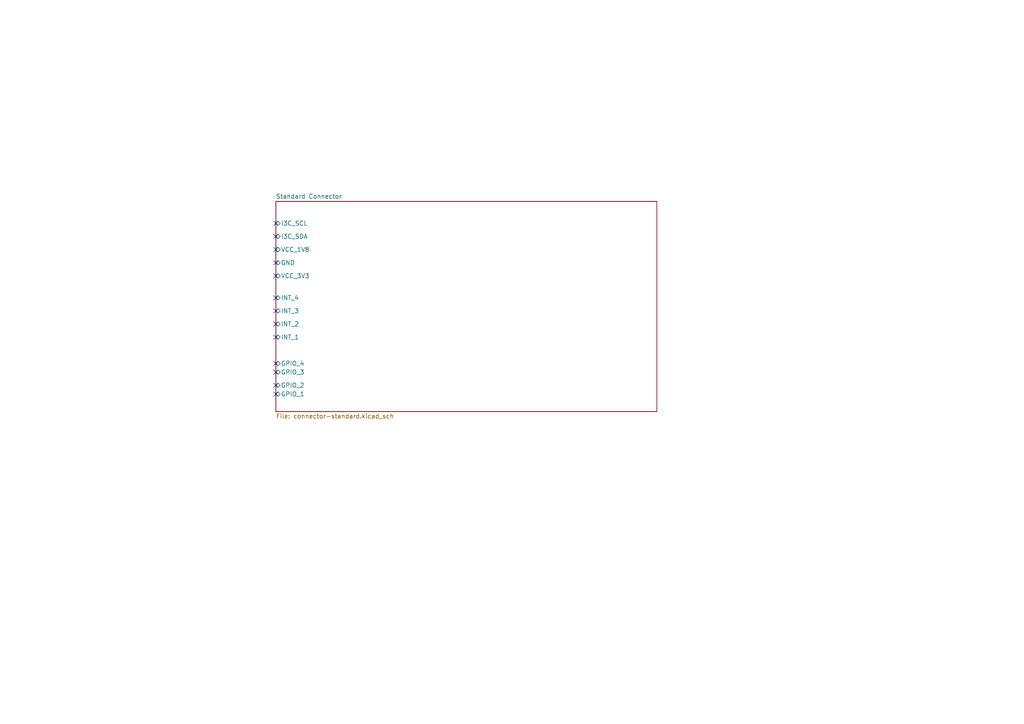
<source format=kicad_sch>
(kicad_sch (version 20230121) (generator eeschema)

  (uuid 5e410ab7-c4f2-440e-9999-32b5733bd605)

  (paper "A4")

  (lib_symbols
  )


  (no_connect (at 80.01 114.3) (uuid 135f6dd2-df11-4f4b-bcfb-6ff8fcd722e4))
  (no_connect (at 80.01 93.98) (uuid 1eca7246-5251-4f9c-bf5d-d4acdab95de1))
  (no_connect (at 80.01 64.77) (uuid 506b512b-3387-4c5a-ba21-c07c089b2350))
  (no_connect (at 80.01 97.79) (uuid 6656ee2b-ab91-49fd-9345-db766ad55d18))
  (no_connect (at 80.01 90.17) (uuid 780ed498-1487-4d08-a4dc-869906223c2c))
  (no_connect (at 80.01 68.58) (uuid 8ba576fe-9fc5-4d0c-bf94-a813f161bd2c))
  (no_connect (at 80.01 111.76) (uuid 92cd02af-f7b8-40f9-bb43-02aa4b0aff52))
  (no_connect (at 80.01 72.39) (uuid a2459374-0089-4556-a1ed-013cec7cf3a6))
  (no_connect (at 80.01 107.95) (uuid a7db556b-bae9-487b-862b-306059b265be))
  (no_connect (at 80.01 86.36) (uuid cd3d42f9-adc7-4bc1-815d-9853f9cb7731))
  (no_connect (at 80.01 76.2) (uuid d1c97cd7-7599-40c7-937e-3e5569ec00d8))
  (no_connect (at 80.01 105.41) (uuid e83716a5-df1a-4382-9a48-a5dc6cc36e81))
  (no_connect (at 80.01 80.01) (uuid f0ecb384-6fc1-4165-a8e4-0905aeb5d792))

  (sheet (at 80.01 58.42) (size 110.49 60.96) (fields_autoplaced)
    (stroke (width 0.1524) (type solid))
    (fill (color 0 0 0 0.0000))
    (uuid 2ac7277f-9303-4843-a688-61e9a4c014f6)
    (property "Sheetname" "Standard Connector" (at 80.01 57.7084 0)
      (effects (font (size 1.27 1.27)) (justify left bottom))
    )
    (property "Sheetfile" "connector-standard.kicad_sch" (at 80.01 119.9646 0)
      (effects (font (size 1.27 1.27)) (justify left top))
    )
    (pin "I3C_SCL" bidirectional (at 80.01 64.77 180)
      (effects (font (size 1.27 1.27)) (justify left))
      (uuid a6914257-9331-4f43-8686-b67bab41bb69)
    )
    (pin "I3C_SDA" bidirectional (at 80.01 68.58 180)
      (effects (font (size 1.27 1.27)) (justify left))
      (uuid 1df0a683-c257-493f-b6b2-12f9e13fc65a)
    )
    (pin "VCC_1V8" input (at 80.01 72.39 180)
      (effects (font (size 1.27 1.27)) (justify left))
      (uuid 9b22fc83-9a69-4043-9010-dfa9d91b6507)
    )
    (pin "INT_4" bidirectional (at 80.01 86.36 180)
      (effects (font (size 1.27 1.27)) (justify left))
      (uuid a6a5d7df-cbe5-4c7c-862b-7714e205113e)
    )
    (pin "GND" bidirectional (at 80.01 76.2 180)
      (effects (font (size 1.27 1.27)) (justify left))
      (uuid 1ee4b42e-8259-4f49-a33c-e96de5856a9e)
    )
    (pin "VCC_3V3" bidirectional (at 80.01 80.01 180)
      (effects (font (size 1.27 1.27)) (justify left))
      (uuid 21972a44-4bcf-4e88-8ff7-f88377dbc7d9)
    )
    (pin "INT_3" bidirectional (at 80.01 90.17 180)
      (effects (font (size 1.27 1.27)) (justify left))
      (uuid a29b0b76-803d-4da8-82d0-b98b04e5b552)
    )
    (pin "INT_1" bidirectional (at 80.01 97.79 180)
      (effects (font (size 1.27 1.27)) (justify left))
      (uuid 9c4dfcec-4a5a-4188-832d-1656fa8a84df)
    )
    (pin "INT_2" bidirectional (at 80.01 93.98 180)
      (effects (font (size 1.27 1.27)) (justify left))
      (uuid 199a2d9f-ebde-410a-b113-b751e59a1508)
    )
    (pin "GPIO_1" bidirectional (at 80.01 114.3 180)
      (effects (font (size 1.27 1.27)) (justify left))
      (uuid 85421bbe-acde-4b9f-94c4-f9b6e6989e31)
    )
    (pin "GPIO_2" bidirectional (at 80.01 111.76 180)
      (effects (font (size 1.27 1.27)) (justify left))
      (uuid ae5ea27d-56d9-4c53-891f-bc5694267ed8)
    )
    (pin "GPIO_4" bidirectional (at 80.01 105.41 180)
      (effects (font (size 1.27 1.27)) (justify left))
      (uuid e9512f21-508a-4ad6-b4cd-f04c120b034e)
    )
    (pin "GPIO_3" bidirectional (at 80.01 107.95 180)
      (effects (font (size 1.27 1.27)) (justify left))
      (uuid 7896f71c-b78f-4f60-8dda-037d099caff6)
    )
    (instances
      (project "pcb-standard-connector"
        (path "/5e410ab7-c4f2-440e-9999-32b5733bd605" (page "2"))
      )
    )
  )

  (sheet_instances
    (path "/" (page "1"))
  )
)

</source>
